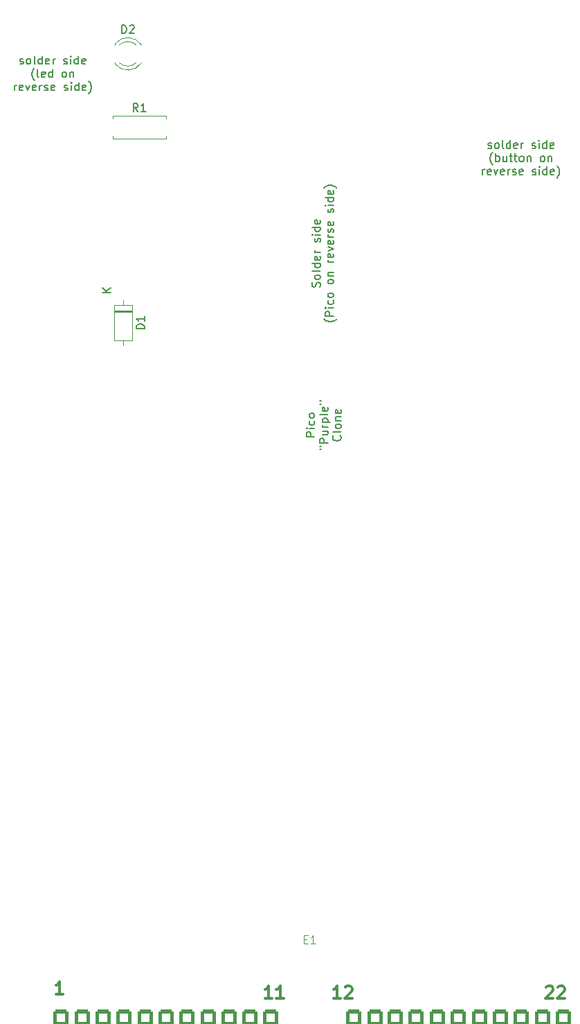
<source format=gbr>
%TF.GenerationSoftware,KiCad,Pcbnew,8.0.4*%
%TF.CreationDate,2024-08-11T18:13:53+02:00*%
%TF.ProjectId,PiChannelF,50694368-616e-46e6-956c-462e6b696361,1*%
%TF.SameCoordinates,Original*%
%TF.FileFunction,Legend,Top*%
%TF.FilePolarity,Positive*%
%FSLAX46Y46*%
G04 Gerber Fmt 4.6, Leading zero omitted, Abs format (unit mm)*
G04 Created by KiCad (PCBNEW 8.0.4) date 2024-08-11 18:13:53*
%MOMM*%
%LPD*%
G01*
G04 APERTURE LIST*
G04 Aperture macros list*
%AMRoundRect*
0 Rectangle with rounded corners*
0 $1 Rounding radius*
0 $2 $3 $4 $5 $6 $7 $8 $9 X,Y pos of 4 corners*
0 Add a 4 corners polygon primitive as box body*
4,1,4,$2,$3,$4,$5,$6,$7,$8,$9,$2,$3,0*
0 Add four circle primitives for the rounded corners*
1,1,$1+$1,$2,$3*
1,1,$1+$1,$4,$5*
1,1,$1+$1,$6,$7*
1,1,$1+$1,$8,$9*
0 Add four rect primitives between the rounded corners*
20,1,$1+$1,$2,$3,$4,$5,0*
20,1,$1+$1,$4,$5,$6,$7,0*
20,1,$1+$1,$6,$7,$8,$9,0*
20,1,$1+$1,$8,$9,$2,$3,0*%
G04 Aperture macros list end*
%ADD10C,0.150000*%
%ADD11C,0.100000*%
%ADD12C,0.300000*%
%ADD13C,0.120000*%
%ADD14R,1.600000X1.600000*%
%ADD15O,1.600000X1.600000*%
%ADD16R,1.800000X1.800000*%
%ADD17C,1.800000*%
%ADD18C,1.600000*%
%ADD19R,1.900000X8.100000*%
%ADD20RoundRect,0.233760X-0.716240X-0.766240X0.716240X-0.766240X0.716240X0.766240X-0.716240X0.766240X0*%
%ADD21R,1.700000X1.700000*%
%ADD22O,1.700000X1.700000*%
%ADD23C,2.100000*%
%ADD24C,1.750000*%
G04 APERTURE END LIST*
D10*
X63201190Y-30477312D02*
X63296428Y-30524931D01*
X63296428Y-30524931D02*
X63486904Y-30524931D01*
X63486904Y-30524931D02*
X63582142Y-30477312D01*
X63582142Y-30477312D02*
X63629761Y-30382073D01*
X63629761Y-30382073D02*
X63629761Y-30334454D01*
X63629761Y-30334454D02*
X63582142Y-30239216D01*
X63582142Y-30239216D02*
X63486904Y-30191597D01*
X63486904Y-30191597D02*
X63344047Y-30191597D01*
X63344047Y-30191597D02*
X63248809Y-30143978D01*
X63248809Y-30143978D02*
X63201190Y-30048740D01*
X63201190Y-30048740D02*
X63201190Y-30001121D01*
X63201190Y-30001121D02*
X63248809Y-29905883D01*
X63248809Y-29905883D02*
X63344047Y-29858264D01*
X63344047Y-29858264D02*
X63486904Y-29858264D01*
X63486904Y-29858264D02*
X63582142Y-29905883D01*
X64201190Y-30524931D02*
X64105952Y-30477312D01*
X64105952Y-30477312D02*
X64058333Y-30429692D01*
X64058333Y-30429692D02*
X64010714Y-30334454D01*
X64010714Y-30334454D02*
X64010714Y-30048740D01*
X64010714Y-30048740D02*
X64058333Y-29953502D01*
X64058333Y-29953502D02*
X64105952Y-29905883D01*
X64105952Y-29905883D02*
X64201190Y-29858264D01*
X64201190Y-29858264D02*
X64344047Y-29858264D01*
X64344047Y-29858264D02*
X64439285Y-29905883D01*
X64439285Y-29905883D02*
X64486904Y-29953502D01*
X64486904Y-29953502D02*
X64534523Y-30048740D01*
X64534523Y-30048740D02*
X64534523Y-30334454D01*
X64534523Y-30334454D02*
X64486904Y-30429692D01*
X64486904Y-30429692D02*
X64439285Y-30477312D01*
X64439285Y-30477312D02*
X64344047Y-30524931D01*
X64344047Y-30524931D02*
X64201190Y-30524931D01*
X65105952Y-30524931D02*
X65010714Y-30477312D01*
X65010714Y-30477312D02*
X64963095Y-30382073D01*
X64963095Y-30382073D02*
X64963095Y-29524931D01*
X65915476Y-30524931D02*
X65915476Y-29524931D01*
X65915476Y-30477312D02*
X65820238Y-30524931D01*
X65820238Y-30524931D02*
X65629762Y-30524931D01*
X65629762Y-30524931D02*
X65534524Y-30477312D01*
X65534524Y-30477312D02*
X65486905Y-30429692D01*
X65486905Y-30429692D02*
X65439286Y-30334454D01*
X65439286Y-30334454D02*
X65439286Y-30048740D01*
X65439286Y-30048740D02*
X65486905Y-29953502D01*
X65486905Y-29953502D02*
X65534524Y-29905883D01*
X65534524Y-29905883D02*
X65629762Y-29858264D01*
X65629762Y-29858264D02*
X65820238Y-29858264D01*
X65820238Y-29858264D02*
X65915476Y-29905883D01*
X66772619Y-30477312D02*
X66677381Y-30524931D01*
X66677381Y-30524931D02*
X66486905Y-30524931D01*
X66486905Y-30524931D02*
X66391667Y-30477312D01*
X66391667Y-30477312D02*
X66344048Y-30382073D01*
X66344048Y-30382073D02*
X66344048Y-30001121D01*
X66344048Y-30001121D02*
X66391667Y-29905883D01*
X66391667Y-29905883D02*
X66486905Y-29858264D01*
X66486905Y-29858264D02*
X66677381Y-29858264D01*
X66677381Y-29858264D02*
X66772619Y-29905883D01*
X66772619Y-29905883D02*
X66820238Y-30001121D01*
X66820238Y-30001121D02*
X66820238Y-30096359D01*
X66820238Y-30096359D02*
X66344048Y-30191597D01*
X67248810Y-30524931D02*
X67248810Y-29858264D01*
X67248810Y-30048740D02*
X67296429Y-29953502D01*
X67296429Y-29953502D02*
X67344048Y-29905883D01*
X67344048Y-29905883D02*
X67439286Y-29858264D01*
X67439286Y-29858264D02*
X67534524Y-29858264D01*
X68582144Y-30477312D02*
X68677382Y-30524931D01*
X68677382Y-30524931D02*
X68867858Y-30524931D01*
X68867858Y-30524931D02*
X68963096Y-30477312D01*
X68963096Y-30477312D02*
X69010715Y-30382073D01*
X69010715Y-30382073D02*
X69010715Y-30334454D01*
X69010715Y-30334454D02*
X68963096Y-30239216D01*
X68963096Y-30239216D02*
X68867858Y-30191597D01*
X68867858Y-30191597D02*
X68725001Y-30191597D01*
X68725001Y-30191597D02*
X68629763Y-30143978D01*
X68629763Y-30143978D02*
X68582144Y-30048740D01*
X68582144Y-30048740D02*
X68582144Y-30001121D01*
X68582144Y-30001121D02*
X68629763Y-29905883D01*
X68629763Y-29905883D02*
X68725001Y-29858264D01*
X68725001Y-29858264D02*
X68867858Y-29858264D01*
X68867858Y-29858264D02*
X68963096Y-29905883D01*
X69439287Y-30524931D02*
X69439287Y-29858264D01*
X69439287Y-29524931D02*
X69391668Y-29572550D01*
X69391668Y-29572550D02*
X69439287Y-29620169D01*
X69439287Y-29620169D02*
X69486906Y-29572550D01*
X69486906Y-29572550D02*
X69439287Y-29524931D01*
X69439287Y-29524931D02*
X69439287Y-29620169D01*
X70344048Y-30524931D02*
X70344048Y-29524931D01*
X70344048Y-30477312D02*
X70248810Y-30524931D01*
X70248810Y-30524931D02*
X70058334Y-30524931D01*
X70058334Y-30524931D02*
X69963096Y-30477312D01*
X69963096Y-30477312D02*
X69915477Y-30429692D01*
X69915477Y-30429692D02*
X69867858Y-30334454D01*
X69867858Y-30334454D02*
X69867858Y-30048740D01*
X69867858Y-30048740D02*
X69915477Y-29953502D01*
X69915477Y-29953502D02*
X69963096Y-29905883D01*
X69963096Y-29905883D02*
X70058334Y-29858264D01*
X70058334Y-29858264D02*
X70248810Y-29858264D01*
X70248810Y-29858264D02*
X70344048Y-29905883D01*
X71201191Y-30477312D02*
X71105953Y-30524931D01*
X71105953Y-30524931D02*
X70915477Y-30524931D01*
X70915477Y-30524931D02*
X70820239Y-30477312D01*
X70820239Y-30477312D02*
X70772620Y-30382073D01*
X70772620Y-30382073D02*
X70772620Y-30001121D01*
X70772620Y-30001121D02*
X70820239Y-29905883D01*
X70820239Y-29905883D02*
X70915477Y-29858264D01*
X70915477Y-29858264D02*
X71105953Y-29858264D01*
X71105953Y-29858264D02*
X71201191Y-29905883D01*
X71201191Y-29905883D02*
X71248810Y-30001121D01*
X71248810Y-30001121D02*
X71248810Y-30096359D01*
X71248810Y-30096359D02*
X70772620Y-30191597D01*
X64986904Y-32515827D02*
X64939285Y-32468208D01*
X64939285Y-32468208D02*
X64844047Y-32325351D01*
X64844047Y-32325351D02*
X64796428Y-32230113D01*
X64796428Y-32230113D02*
X64748809Y-32087256D01*
X64748809Y-32087256D02*
X64701190Y-31849160D01*
X64701190Y-31849160D02*
X64701190Y-31658684D01*
X64701190Y-31658684D02*
X64748809Y-31420589D01*
X64748809Y-31420589D02*
X64796428Y-31277732D01*
X64796428Y-31277732D02*
X64844047Y-31182494D01*
X64844047Y-31182494D02*
X64939285Y-31039636D01*
X64939285Y-31039636D02*
X64986904Y-30992017D01*
X65510714Y-32134875D02*
X65415476Y-32087256D01*
X65415476Y-32087256D02*
X65367857Y-31992017D01*
X65367857Y-31992017D02*
X65367857Y-31134875D01*
X66272619Y-32087256D02*
X66177381Y-32134875D01*
X66177381Y-32134875D02*
X65986905Y-32134875D01*
X65986905Y-32134875D02*
X65891667Y-32087256D01*
X65891667Y-32087256D02*
X65844048Y-31992017D01*
X65844048Y-31992017D02*
X65844048Y-31611065D01*
X65844048Y-31611065D02*
X65891667Y-31515827D01*
X65891667Y-31515827D02*
X65986905Y-31468208D01*
X65986905Y-31468208D02*
X66177381Y-31468208D01*
X66177381Y-31468208D02*
X66272619Y-31515827D01*
X66272619Y-31515827D02*
X66320238Y-31611065D01*
X66320238Y-31611065D02*
X66320238Y-31706303D01*
X66320238Y-31706303D02*
X65844048Y-31801541D01*
X67177381Y-32134875D02*
X67177381Y-31134875D01*
X67177381Y-32087256D02*
X67082143Y-32134875D01*
X67082143Y-32134875D02*
X66891667Y-32134875D01*
X66891667Y-32134875D02*
X66796429Y-32087256D01*
X66796429Y-32087256D02*
X66748810Y-32039636D01*
X66748810Y-32039636D02*
X66701191Y-31944398D01*
X66701191Y-31944398D02*
X66701191Y-31658684D01*
X66701191Y-31658684D02*
X66748810Y-31563446D01*
X66748810Y-31563446D02*
X66796429Y-31515827D01*
X66796429Y-31515827D02*
X66891667Y-31468208D01*
X66891667Y-31468208D02*
X67082143Y-31468208D01*
X67082143Y-31468208D02*
X67177381Y-31515827D01*
X68558334Y-32134875D02*
X68463096Y-32087256D01*
X68463096Y-32087256D02*
X68415477Y-32039636D01*
X68415477Y-32039636D02*
X68367858Y-31944398D01*
X68367858Y-31944398D02*
X68367858Y-31658684D01*
X68367858Y-31658684D02*
X68415477Y-31563446D01*
X68415477Y-31563446D02*
X68463096Y-31515827D01*
X68463096Y-31515827D02*
X68558334Y-31468208D01*
X68558334Y-31468208D02*
X68701191Y-31468208D01*
X68701191Y-31468208D02*
X68796429Y-31515827D01*
X68796429Y-31515827D02*
X68844048Y-31563446D01*
X68844048Y-31563446D02*
X68891667Y-31658684D01*
X68891667Y-31658684D02*
X68891667Y-31944398D01*
X68891667Y-31944398D02*
X68844048Y-32039636D01*
X68844048Y-32039636D02*
X68796429Y-32087256D01*
X68796429Y-32087256D02*
X68701191Y-32134875D01*
X68701191Y-32134875D02*
X68558334Y-32134875D01*
X69320239Y-31468208D02*
X69320239Y-32134875D01*
X69320239Y-31563446D02*
X69367858Y-31515827D01*
X69367858Y-31515827D02*
X69463096Y-31468208D01*
X69463096Y-31468208D02*
X69605953Y-31468208D01*
X69605953Y-31468208D02*
X69701191Y-31515827D01*
X69701191Y-31515827D02*
X69748810Y-31611065D01*
X69748810Y-31611065D02*
X69748810Y-32134875D01*
X62534523Y-33744819D02*
X62534523Y-33078152D01*
X62534523Y-33268628D02*
X62582142Y-33173390D01*
X62582142Y-33173390D02*
X62629761Y-33125771D01*
X62629761Y-33125771D02*
X62724999Y-33078152D01*
X62724999Y-33078152D02*
X62820237Y-33078152D01*
X63534523Y-33697200D02*
X63439285Y-33744819D01*
X63439285Y-33744819D02*
X63248809Y-33744819D01*
X63248809Y-33744819D02*
X63153571Y-33697200D01*
X63153571Y-33697200D02*
X63105952Y-33601961D01*
X63105952Y-33601961D02*
X63105952Y-33221009D01*
X63105952Y-33221009D02*
X63153571Y-33125771D01*
X63153571Y-33125771D02*
X63248809Y-33078152D01*
X63248809Y-33078152D02*
X63439285Y-33078152D01*
X63439285Y-33078152D02*
X63534523Y-33125771D01*
X63534523Y-33125771D02*
X63582142Y-33221009D01*
X63582142Y-33221009D02*
X63582142Y-33316247D01*
X63582142Y-33316247D02*
X63105952Y-33411485D01*
X63915476Y-33078152D02*
X64153571Y-33744819D01*
X64153571Y-33744819D02*
X64391666Y-33078152D01*
X65153571Y-33697200D02*
X65058333Y-33744819D01*
X65058333Y-33744819D02*
X64867857Y-33744819D01*
X64867857Y-33744819D02*
X64772619Y-33697200D01*
X64772619Y-33697200D02*
X64725000Y-33601961D01*
X64725000Y-33601961D02*
X64725000Y-33221009D01*
X64725000Y-33221009D02*
X64772619Y-33125771D01*
X64772619Y-33125771D02*
X64867857Y-33078152D01*
X64867857Y-33078152D02*
X65058333Y-33078152D01*
X65058333Y-33078152D02*
X65153571Y-33125771D01*
X65153571Y-33125771D02*
X65201190Y-33221009D01*
X65201190Y-33221009D02*
X65201190Y-33316247D01*
X65201190Y-33316247D02*
X64725000Y-33411485D01*
X65629762Y-33744819D02*
X65629762Y-33078152D01*
X65629762Y-33268628D02*
X65677381Y-33173390D01*
X65677381Y-33173390D02*
X65725000Y-33125771D01*
X65725000Y-33125771D02*
X65820238Y-33078152D01*
X65820238Y-33078152D02*
X65915476Y-33078152D01*
X66201191Y-33697200D02*
X66296429Y-33744819D01*
X66296429Y-33744819D02*
X66486905Y-33744819D01*
X66486905Y-33744819D02*
X66582143Y-33697200D01*
X66582143Y-33697200D02*
X66629762Y-33601961D01*
X66629762Y-33601961D02*
X66629762Y-33554342D01*
X66629762Y-33554342D02*
X66582143Y-33459104D01*
X66582143Y-33459104D02*
X66486905Y-33411485D01*
X66486905Y-33411485D02*
X66344048Y-33411485D01*
X66344048Y-33411485D02*
X66248810Y-33363866D01*
X66248810Y-33363866D02*
X66201191Y-33268628D01*
X66201191Y-33268628D02*
X66201191Y-33221009D01*
X66201191Y-33221009D02*
X66248810Y-33125771D01*
X66248810Y-33125771D02*
X66344048Y-33078152D01*
X66344048Y-33078152D02*
X66486905Y-33078152D01*
X66486905Y-33078152D02*
X66582143Y-33125771D01*
X67439286Y-33697200D02*
X67344048Y-33744819D01*
X67344048Y-33744819D02*
X67153572Y-33744819D01*
X67153572Y-33744819D02*
X67058334Y-33697200D01*
X67058334Y-33697200D02*
X67010715Y-33601961D01*
X67010715Y-33601961D02*
X67010715Y-33221009D01*
X67010715Y-33221009D02*
X67058334Y-33125771D01*
X67058334Y-33125771D02*
X67153572Y-33078152D01*
X67153572Y-33078152D02*
X67344048Y-33078152D01*
X67344048Y-33078152D02*
X67439286Y-33125771D01*
X67439286Y-33125771D02*
X67486905Y-33221009D01*
X67486905Y-33221009D02*
X67486905Y-33316247D01*
X67486905Y-33316247D02*
X67010715Y-33411485D01*
X68629763Y-33697200D02*
X68725001Y-33744819D01*
X68725001Y-33744819D02*
X68915477Y-33744819D01*
X68915477Y-33744819D02*
X69010715Y-33697200D01*
X69010715Y-33697200D02*
X69058334Y-33601961D01*
X69058334Y-33601961D02*
X69058334Y-33554342D01*
X69058334Y-33554342D02*
X69010715Y-33459104D01*
X69010715Y-33459104D02*
X68915477Y-33411485D01*
X68915477Y-33411485D02*
X68772620Y-33411485D01*
X68772620Y-33411485D02*
X68677382Y-33363866D01*
X68677382Y-33363866D02*
X68629763Y-33268628D01*
X68629763Y-33268628D02*
X68629763Y-33221009D01*
X68629763Y-33221009D02*
X68677382Y-33125771D01*
X68677382Y-33125771D02*
X68772620Y-33078152D01*
X68772620Y-33078152D02*
X68915477Y-33078152D01*
X68915477Y-33078152D02*
X69010715Y-33125771D01*
X69486906Y-33744819D02*
X69486906Y-33078152D01*
X69486906Y-32744819D02*
X69439287Y-32792438D01*
X69439287Y-32792438D02*
X69486906Y-32840057D01*
X69486906Y-32840057D02*
X69534525Y-32792438D01*
X69534525Y-32792438D02*
X69486906Y-32744819D01*
X69486906Y-32744819D02*
X69486906Y-32840057D01*
X70391667Y-33744819D02*
X70391667Y-32744819D01*
X70391667Y-33697200D02*
X70296429Y-33744819D01*
X70296429Y-33744819D02*
X70105953Y-33744819D01*
X70105953Y-33744819D02*
X70010715Y-33697200D01*
X70010715Y-33697200D02*
X69963096Y-33649580D01*
X69963096Y-33649580D02*
X69915477Y-33554342D01*
X69915477Y-33554342D02*
X69915477Y-33268628D01*
X69915477Y-33268628D02*
X69963096Y-33173390D01*
X69963096Y-33173390D02*
X70010715Y-33125771D01*
X70010715Y-33125771D02*
X70105953Y-33078152D01*
X70105953Y-33078152D02*
X70296429Y-33078152D01*
X70296429Y-33078152D02*
X70391667Y-33125771D01*
X71248810Y-33697200D02*
X71153572Y-33744819D01*
X71153572Y-33744819D02*
X70963096Y-33744819D01*
X70963096Y-33744819D02*
X70867858Y-33697200D01*
X70867858Y-33697200D02*
X70820239Y-33601961D01*
X70820239Y-33601961D02*
X70820239Y-33221009D01*
X70820239Y-33221009D02*
X70867858Y-33125771D01*
X70867858Y-33125771D02*
X70963096Y-33078152D01*
X70963096Y-33078152D02*
X71153572Y-33078152D01*
X71153572Y-33078152D02*
X71248810Y-33125771D01*
X71248810Y-33125771D02*
X71296429Y-33221009D01*
X71296429Y-33221009D02*
X71296429Y-33316247D01*
X71296429Y-33316247D02*
X70820239Y-33411485D01*
X71629763Y-34125771D02*
X71677382Y-34078152D01*
X71677382Y-34078152D02*
X71772620Y-33935295D01*
X71772620Y-33935295D02*
X71820239Y-33840057D01*
X71820239Y-33840057D02*
X71867858Y-33697200D01*
X71867858Y-33697200D02*
X71915477Y-33459104D01*
X71915477Y-33459104D02*
X71915477Y-33268628D01*
X71915477Y-33268628D02*
X71867858Y-33030533D01*
X71867858Y-33030533D02*
X71820239Y-32887676D01*
X71820239Y-32887676D02*
X71772620Y-32792438D01*
X71772620Y-32792438D02*
X71677382Y-32649580D01*
X71677382Y-32649580D02*
X71629763Y-32601961D01*
X120476190Y-40777312D02*
X120571428Y-40824931D01*
X120571428Y-40824931D02*
X120761904Y-40824931D01*
X120761904Y-40824931D02*
X120857142Y-40777312D01*
X120857142Y-40777312D02*
X120904761Y-40682073D01*
X120904761Y-40682073D02*
X120904761Y-40634454D01*
X120904761Y-40634454D02*
X120857142Y-40539216D01*
X120857142Y-40539216D02*
X120761904Y-40491597D01*
X120761904Y-40491597D02*
X120619047Y-40491597D01*
X120619047Y-40491597D02*
X120523809Y-40443978D01*
X120523809Y-40443978D02*
X120476190Y-40348740D01*
X120476190Y-40348740D02*
X120476190Y-40301121D01*
X120476190Y-40301121D02*
X120523809Y-40205883D01*
X120523809Y-40205883D02*
X120619047Y-40158264D01*
X120619047Y-40158264D02*
X120761904Y-40158264D01*
X120761904Y-40158264D02*
X120857142Y-40205883D01*
X121476190Y-40824931D02*
X121380952Y-40777312D01*
X121380952Y-40777312D02*
X121333333Y-40729692D01*
X121333333Y-40729692D02*
X121285714Y-40634454D01*
X121285714Y-40634454D02*
X121285714Y-40348740D01*
X121285714Y-40348740D02*
X121333333Y-40253502D01*
X121333333Y-40253502D02*
X121380952Y-40205883D01*
X121380952Y-40205883D02*
X121476190Y-40158264D01*
X121476190Y-40158264D02*
X121619047Y-40158264D01*
X121619047Y-40158264D02*
X121714285Y-40205883D01*
X121714285Y-40205883D02*
X121761904Y-40253502D01*
X121761904Y-40253502D02*
X121809523Y-40348740D01*
X121809523Y-40348740D02*
X121809523Y-40634454D01*
X121809523Y-40634454D02*
X121761904Y-40729692D01*
X121761904Y-40729692D02*
X121714285Y-40777312D01*
X121714285Y-40777312D02*
X121619047Y-40824931D01*
X121619047Y-40824931D02*
X121476190Y-40824931D01*
X122380952Y-40824931D02*
X122285714Y-40777312D01*
X122285714Y-40777312D02*
X122238095Y-40682073D01*
X122238095Y-40682073D02*
X122238095Y-39824931D01*
X123190476Y-40824931D02*
X123190476Y-39824931D01*
X123190476Y-40777312D02*
X123095238Y-40824931D01*
X123095238Y-40824931D02*
X122904762Y-40824931D01*
X122904762Y-40824931D02*
X122809524Y-40777312D01*
X122809524Y-40777312D02*
X122761905Y-40729692D01*
X122761905Y-40729692D02*
X122714286Y-40634454D01*
X122714286Y-40634454D02*
X122714286Y-40348740D01*
X122714286Y-40348740D02*
X122761905Y-40253502D01*
X122761905Y-40253502D02*
X122809524Y-40205883D01*
X122809524Y-40205883D02*
X122904762Y-40158264D01*
X122904762Y-40158264D02*
X123095238Y-40158264D01*
X123095238Y-40158264D02*
X123190476Y-40205883D01*
X124047619Y-40777312D02*
X123952381Y-40824931D01*
X123952381Y-40824931D02*
X123761905Y-40824931D01*
X123761905Y-40824931D02*
X123666667Y-40777312D01*
X123666667Y-40777312D02*
X123619048Y-40682073D01*
X123619048Y-40682073D02*
X123619048Y-40301121D01*
X123619048Y-40301121D02*
X123666667Y-40205883D01*
X123666667Y-40205883D02*
X123761905Y-40158264D01*
X123761905Y-40158264D02*
X123952381Y-40158264D01*
X123952381Y-40158264D02*
X124047619Y-40205883D01*
X124047619Y-40205883D02*
X124095238Y-40301121D01*
X124095238Y-40301121D02*
X124095238Y-40396359D01*
X124095238Y-40396359D02*
X123619048Y-40491597D01*
X124523810Y-40824931D02*
X124523810Y-40158264D01*
X124523810Y-40348740D02*
X124571429Y-40253502D01*
X124571429Y-40253502D02*
X124619048Y-40205883D01*
X124619048Y-40205883D02*
X124714286Y-40158264D01*
X124714286Y-40158264D02*
X124809524Y-40158264D01*
X125857144Y-40777312D02*
X125952382Y-40824931D01*
X125952382Y-40824931D02*
X126142858Y-40824931D01*
X126142858Y-40824931D02*
X126238096Y-40777312D01*
X126238096Y-40777312D02*
X126285715Y-40682073D01*
X126285715Y-40682073D02*
X126285715Y-40634454D01*
X126285715Y-40634454D02*
X126238096Y-40539216D01*
X126238096Y-40539216D02*
X126142858Y-40491597D01*
X126142858Y-40491597D02*
X126000001Y-40491597D01*
X126000001Y-40491597D02*
X125904763Y-40443978D01*
X125904763Y-40443978D02*
X125857144Y-40348740D01*
X125857144Y-40348740D02*
X125857144Y-40301121D01*
X125857144Y-40301121D02*
X125904763Y-40205883D01*
X125904763Y-40205883D02*
X126000001Y-40158264D01*
X126000001Y-40158264D02*
X126142858Y-40158264D01*
X126142858Y-40158264D02*
X126238096Y-40205883D01*
X126714287Y-40824931D02*
X126714287Y-40158264D01*
X126714287Y-39824931D02*
X126666668Y-39872550D01*
X126666668Y-39872550D02*
X126714287Y-39920169D01*
X126714287Y-39920169D02*
X126761906Y-39872550D01*
X126761906Y-39872550D02*
X126714287Y-39824931D01*
X126714287Y-39824931D02*
X126714287Y-39920169D01*
X127619048Y-40824931D02*
X127619048Y-39824931D01*
X127619048Y-40777312D02*
X127523810Y-40824931D01*
X127523810Y-40824931D02*
X127333334Y-40824931D01*
X127333334Y-40824931D02*
X127238096Y-40777312D01*
X127238096Y-40777312D02*
X127190477Y-40729692D01*
X127190477Y-40729692D02*
X127142858Y-40634454D01*
X127142858Y-40634454D02*
X127142858Y-40348740D01*
X127142858Y-40348740D02*
X127190477Y-40253502D01*
X127190477Y-40253502D02*
X127238096Y-40205883D01*
X127238096Y-40205883D02*
X127333334Y-40158264D01*
X127333334Y-40158264D02*
X127523810Y-40158264D01*
X127523810Y-40158264D02*
X127619048Y-40205883D01*
X128476191Y-40777312D02*
X128380953Y-40824931D01*
X128380953Y-40824931D02*
X128190477Y-40824931D01*
X128190477Y-40824931D02*
X128095239Y-40777312D01*
X128095239Y-40777312D02*
X128047620Y-40682073D01*
X128047620Y-40682073D02*
X128047620Y-40301121D01*
X128047620Y-40301121D02*
X128095239Y-40205883D01*
X128095239Y-40205883D02*
X128190477Y-40158264D01*
X128190477Y-40158264D02*
X128380953Y-40158264D01*
X128380953Y-40158264D02*
X128476191Y-40205883D01*
X128476191Y-40205883D02*
X128523810Y-40301121D01*
X128523810Y-40301121D02*
X128523810Y-40396359D01*
X128523810Y-40396359D02*
X128047620Y-40491597D01*
X121023808Y-42815827D02*
X120976189Y-42768208D01*
X120976189Y-42768208D02*
X120880951Y-42625351D01*
X120880951Y-42625351D02*
X120833332Y-42530113D01*
X120833332Y-42530113D02*
X120785713Y-42387256D01*
X120785713Y-42387256D02*
X120738094Y-42149160D01*
X120738094Y-42149160D02*
X120738094Y-41958684D01*
X120738094Y-41958684D02*
X120785713Y-41720589D01*
X120785713Y-41720589D02*
X120833332Y-41577732D01*
X120833332Y-41577732D02*
X120880951Y-41482494D01*
X120880951Y-41482494D02*
X120976189Y-41339636D01*
X120976189Y-41339636D02*
X121023808Y-41292017D01*
X121404761Y-42434875D02*
X121404761Y-41434875D01*
X121404761Y-41815827D02*
X121499999Y-41768208D01*
X121499999Y-41768208D02*
X121690475Y-41768208D01*
X121690475Y-41768208D02*
X121785713Y-41815827D01*
X121785713Y-41815827D02*
X121833332Y-41863446D01*
X121833332Y-41863446D02*
X121880951Y-41958684D01*
X121880951Y-41958684D02*
X121880951Y-42244398D01*
X121880951Y-42244398D02*
X121833332Y-42339636D01*
X121833332Y-42339636D02*
X121785713Y-42387256D01*
X121785713Y-42387256D02*
X121690475Y-42434875D01*
X121690475Y-42434875D02*
X121499999Y-42434875D01*
X121499999Y-42434875D02*
X121404761Y-42387256D01*
X122738094Y-41768208D02*
X122738094Y-42434875D01*
X122309523Y-41768208D02*
X122309523Y-42292017D01*
X122309523Y-42292017D02*
X122357142Y-42387256D01*
X122357142Y-42387256D02*
X122452380Y-42434875D01*
X122452380Y-42434875D02*
X122595237Y-42434875D01*
X122595237Y-42434875D02*
X122690475Y-42387256D01*
X122690475Y-42387256D02*
X122738094Y-42339636D01*
X123071428Y-41768208D02*
X123452380Y-41768208D01*
X123214285Y-41434875D02*
X123214285Y-42292017D01*
X123214285Y-42292017D02*
X123261904Y-42387256D01*
X123261904Y-42387256D02*
X123357142Y-42434875D01*
X123357142Y-42434875D02*
X123452380Y-42434875D01*
X123642857Y-41768208D02*
X124023809Y-41768208D01*
X123785714Y-41434875D02*
X123785714Y-42292017D01*
X123785714Y-42292017D02*
X123833333Y-42387256D01*
X123833333Y-42387256D02*
X123928571Y-42434875D01*
X123928571Y-42434875D02*
X124023809Y-42434875D01*
X124500000Y-42434875D02*
X124404762Y-42387256D01*
X124404762Y-42387256D02*
X124357143Y-42339636D01*
X124357143Y-42339636D02*
X124309524Y-42244398D01*
X124309524Y-42244398D02*
X124309524Y-41958684D01*
X124309524Y-41958684D02*
X124357143Y-41863446D01*
X124357143Y-41863446D02*
X124404762Y-41815827D01*
X124404762Y-41815827D02*
X124500000Y-41768208D01*
X124500000Y-41768208D02*
X124642857Y-41768208D01*
X124642857Y-41768208D02*
X124738095Y-41815827D01*
X124738095Y-41815827D02*
X124785714Y-41863446D01*
X124785714Y-41863446D02*
X124833333Y-41958684D01*
X124833333Y-41958684D02*
X124833333Y-42244398D01*
X124833333Y-42244398D02*
X124785714Y-42339636D01*
X124785714Y-42339636D02*
X124738095Y-42387256D01*
X124738095Y-42387256D02*
X124642857Y-42434875D01*
X124642857Y-42434875D02*
X124500000Y-42434875D01*
X125261905Y-41768208D02*
X125261905Y-42434875D01*
X125261905Y-41863446D02*
X125309524Y-41815827D01*
X125309524Y-41815827D02*
X125404762Y-41768208D01*
X125404762Y-41768208D02*
X125547619Y-41768208D01*
X125547619Y-41768208D02*
X125642857Y-41815827D01*
X125642857Y-41815827D02*
X125690476Y-41911065D01*
X125690476Y-41911065D02*
X125690476Y-42434875D01*
X127071429Y-42434875D02*
X126976191Y-42387256D01*
X126976191Y-42387256D02*
X126928572Y-42339636D01*
X126928572Y-42339636D02*
X126880953Y-42244398D01*
X126880953Y-42244398D02*
X126880953Y-41958684D01*
X126880953Y-41958684D02*
X126928572Y-41863446D01*
X126928572Y-41863446D02*
X126976191Y-41815827D01*
X126976191Y-41815827D02*
X127071429Y-41768208D01*
X127071429Y-41768208D02*
X127214286Y-41768208D01*
X127214286Y-41768208D02*
X127309524Y-41815827D01*
X127309524Y-41815827D02*
X127357143Y-41863446D01*
X127357143Y-41863446D02*
X127404762Y-41958684D01*
X127404762Y-41958684D02*
X127404762Y-42244398D01*
X127404762Y-42244398D02*
X127357143Y-42339636D01*
X127357143Y-42339636D02*
X127309524Y-42387256D01*
X127309524Y-42387256D02*
X127214286Y-42434875D01*
X127214286Y-42434875D02*
X127071429Y-42434875D01*
X127833334Y-41768208D02*
X127833334Y-42434875D01*
X127833334Y-41863446D02*
X127880953Y-41815827D01*
X127880953Y-41815827D02*
X127976191Y-41768208D01*
X127976191Y-41768208D02*
X128119048Y-41768208D01*
X128119048Y-41768208D02*
X128214286Y-41815827D01*
X128214286Y-41815827D02*
X128261905Y-41911065D01*
X128261905Y-41911065D02*
X128261905Y-42434875D01*
X119809523Y-44044819D02*
X119809523Y-43378152D01*
X119809523Y-43568628D02*
X119857142Y-43473390D01*
X119857142Y-43473390D02*
X119904761Y-43425771D01*
X119904761Y-43425771D02*
X119999999Y-43378152D01*
X119999999Y-43378152D02*
X120095237Y-43378152D01*
X120809523Y-43997200D02*
X120714285Y-44044819D01*
X120714285Y-44044819D02*
X120523809Y-44044819D01*
X120523809Y-44044819D02*
X120428571Y-43997200D01*
X120428571Y-43997200D02*
X120380952Y-43901961D01*
X120380952Y-43901961D02*
X120380952Y-43521009D01*
X120380952Y-43521009D02*
X120428571Y-43425771D01*
X120428571Y-43425771D02*
X120523809Y-43378152D01*
X120523809Y-43378152D02*
X120714285Y-43378152D01*
X120714285Y-43378152D02*
X120809523Y-43425771D01*
X120809523Y-43425771D02*
X120857142Y-43521009D01*
X120857142Y-43521009D02*
X120857142Y-43616247D01*
X120857142Y-43616247D02*
X120380952Y-43711485D01*
X121190476Y-43378152D02*
X121428571Y-44044819D01*
X121428571Y-44044819D02*
X121666666Y-43378152D01*
X122428571Y-43997200D02*
X122333333Y-44044819D01*
X122333333Y-44044819D02*
X122142857Y-44044819D01*
X122142857Y-44044819D02*
X122047619Y-43997200D01*
X122047619Y-43997200D02*
X122000000Y-43901961D01*
X122000000Y-43901961D02*
X122000000Y-43521009D01*
X122000000Y-43521009D02*
X122047619Y-43425771D01*
X122047619Y-43425771D02*
X122142857Y-43378152D01*
X122142857Y-43378152D02*
X122333333Y-43378152D01*
X122333333Y-43378152D02*
X122428571Y-43425771D01*
X122428571Y-43425771D02*
X122476190Y-43521009D01*
X122476190Y-43521009D02*
X122476190Y-43616247D01*
X122476190Y-43616247D02*
X122000000Y-43711485D01*
X122904762Y-44044819D02*
X122904762Y-43378152D01*
X122904762Y-43568628D02*
X122952381Y-43473390D01*
X122952381Y-43473390D02*
X123000000Y-43425771D01*
X123000000Y-43425771D02*
X123095238Y-43378152D01*
X123095238Y-43378152D02*
X123190476Y-43378152D01*
X123476191Y-43997200D02*
X123571429Y-44044819D01*
X123571429Y-44044819D02*
X123761905Y-44044819D01*
X123761905Y-44044819D02*
X123857143Y-43997200D01*
X123857143Y-43997200D02*
X123904762Y-43901961D01*
X123904762Y-43901961D02*
X123904762Y-43854342D01*
X123904762Y-43854342D02*
X123857143Y-43759104D01*
X123857143Y-43759104D02*
X123761905Y-43711485D01*
X123761905Y-43711485D02*
X123619048Y-43711485D01*
X123619048Y-43711485D02*
X123523810Y-43663866D01*
X123523810Y-43663866D02*
X123476191Y-43568628D01*
X123476191Y-43568628D02*
X123476191Y-43521009D01*
X123476191Y-43521009D02*
X123523810Y-43425771D01*
X123523810Y-43425771D02*
X123619048Y-43378152D01*
X123619048Y-43378152D02*
X123761905Y-43378152D01*
X123761905Y-43378152D02*
X123857143Y-43425771D01*
X124714286Y-43997200D02*
X124619048Y-44044819D01*
X124619048Y-44044819D02*
X124428572Y-44044819D01*
X124428572Y-44044819D02*
X124333334Y-43997200D01*
X124333334Y-43997200D02*
X124285715Y-43901961D01*
X124285715Y-43901961D02*
X124285715Y-43521009D01*
X124285715Y-43521009D02*
X124333334Y-43425771D01*
X124333334Y-43425771D02*
X124428572Y-43378152D01*
X124428572Y-43378152D02*
X124619048Y-43378152D01*
X124619048Y-43378152D02*
X124714286Y-43425771D01*
X124714286Y-43425771D02*
X124761905Y-43521009D01*
X124761905Y-43521009D02*
X124761905Y-43616247D01*
X124761905Y-43616247D02*
X124285715Y-43711485D01*
X125904763Y-43997200D02*
X126000001Y-44044819D01*
X126000001Y-44044819D02*
X126190477Y-44044819D01*
X126190477Y-44044819D02*
X126285715Y-43997200D01*
X126285715Y-43997200D02*
X126333334Y-43901961D01*
X126333334Y-43901961D02*
X126333334Y-43854342D01*
X126333334Y-43854342D02*
X126285715Y-43759104D01*
X126285715Y-43759104D02*
X126190477Y-43711485D01*
X126190477Y-43711485D02*
X126047620Y-43711485D01*
X126047620Y-43711485D02*
X125952382Y-43663866D01*
X125952382Y-43663866D02*
X125904763Y-43568628D01*
X125904763Y-43568628D02*
X125904763Y-43521009D01*
X125904763Y-43521009D02*
X125952382Y-43425771D01*
X125952382Y-43425771D02*
X126047620Y-43378152D01*
X126047620Y-43378152D02*
X126190477Y-43378152D01*
X126190477Y-43378152D02*
X126285715Y-43425771D01*
X126761906Y-44044819D02*
X126761906Y-43378152D01*
X126761906Y-43044819D02*
X126714287Y-43092438D01*
X126714287Y-43092438D02*
X126761906Y-43140057D01*
X126761906Y-43140057D02*
X126809525Y-43092438D01*
X126809525Y-43092438D02*
X126761906Y-43044819D01*
X126761906Y-43044819D02*
X126761906Y-43140057D01*
X127666667Y-44044819D02*
X127666667Y-43044819D01*
X127666667Y-43997200D02*
X127571429Y-44044819D01*
X127571429Y-44044819D02*
X127380953Y-44044819D01*
X127380953Y-44044819D02*
X127285715Y-43997200D01*
X127285715Y-43997200D02*
X127238096Y-43949580D01*
X127238096Y-43949580D02*
X127190477Y-43854342D01*
X127190477Y-43854342D02*
X127190477Y-43568628D01*
X127190477Y-43568628D02*
X127238096Y-43473390D01*
X127238096Y-43473390D02*
X127285715Y-43425771D01*
X127285715Y-43425771D02*
X127380953Y-43378152D01*
X127380953Y-43378152D02*
X127571429Y-43378152D01*
X127571429Y-43378152D02*
X127666667Y-43425771D01*
X128523810Y-43997200D02*
X128428572Y-44044819D01*
X128428572Y-44044819D02*
X128238096Y-44044819D01*
X128238096Y-44044819D02*
X128142858Y-43997200D01*
X128142858Y-43997200D02*
X128095239Y-43901961D01*
X128095239Y-43901961D02*
X128095239Y-43521009D01*
X128095239Y-43521009D02*
X128142858Y-43425771D01*
X128142858Y-43425771D02*
X128238096Y-43378152D01*
X128238096Y-43378152D02*
X128428572Y-43378152D01*
X128428572Y-43378152D02*
X128523810Y-43425771D01*
X128523810Y-43425771D02*
X128571429Y-43521009D01*
X128571429Y-43521009D02*
X128571429Y-43616247D01*
X128571429Y-43616247D02*
X128095239Y-43711485D01*
X128904763Y-44425771D02*
X128952382Y-44378152D01*
X128952382Y-44378152D02*
X129047620Y-44235295D01*
X129047620Y-44235295D02*
X129095239Y-44140057D01*
X129095239Y-44140057D02*
X129142858Y-43997200D01*
X129142858Y-43997200D02*
X129190477Y-43759104D01*
X129190477Y-43759104D02*
X129190477Y-43568628D01*
X129190477Y-43568628D02*
X129142858Y-43330533D01*
X129142858Y-43330533D02*
X129095239Y-43187676D01*
X129095239Y-43187676D02*
X129047620Y-43092438D01*
X129047620Y-43092438D02*
X128952382Y-42949580D01*
X128952382Y-42949580D02*
X128904763Y-42901961D01*
X99887256Y-57745238D02*
X99934875Y-57602381D01*
X99934875Y-57602381D02*
X99934875Y-57364286D01*
X99934875Y-57364286D02*
X99887256Y-57269048D01*
X99887256Y-57269048D02*
X99839636Y-57221429D01*
X99839636Y-57221429D02*
X99744398Y-57173810D01*
X99744398Y-57173810D02*
X99649160Y-57173810D01*
X99649160Y-57173810D02*
X99553922Y-57221429D01*
X99553922Y-57221429D02*
X99506303Y-57269048D01*
X99506303Y-57269048D02*
X99458684Y-57364286D01*
X99458684Y-57364286D02*
X99411065Y-57554762D01*
X99411065Y-57554762D02*
X99363446Y-57650000D01*
X99363446Y-57650000D02*
X99315827Y-57697619D01*
X99315827Y-57697619D02*
X99220589Y-57745238D01*
X99220589Y-57745238D02*
X99125351Y-57745238D01*
X99125351Y-57745238D02*
X99030113Y-57697619D01*
X99030113Y-57697619D02*
X98982494Y-57650000D01*
X98982494Y-57650000D02*
X98934875Y-57554762D01*
X98934875Y-57554762D02*
X98934875Y-57316667D01*
X98934875Y-57316667D02*
X98982494Y-57173810D01*
X99934875Y-56602381D02*
X99887256Y-56697619D01*
X99887256Y-56697619D02*
X99839636Y-56745238D01*
X99839636Y-56745238D02*
X99744398Y-56792857D01*
X99744398Y-56792857D02*
X99458684Y-56792857D01*
X99458684Y-56792857D02*
X99363446Y-56745238D01*
X99363446Y-56745238D02*
X99315827Y-56697619D01*
X99315827Y-56697619D02*
X99268208Y-56602381D01*
X99268208Y-56602381D02*
X99268208Y-56459524D01*
X99268208Y-56459524D02*
X99315827Y-56364286D01*
X99315827Y-56364286D02*
X99363446Y-56316667D01*
X99363446Y-56316667D02*
X99458684Y-56269048D01*
X99458684Y-56269048D02*
X99744398Y-56269048D01*
X99744398Y-56269048D02*
X99839636Y-56316667D01*
X99839636Y-56316667D02*
X99887256Y-56364286D01*
X99887256Y-56364286D02*
X99934875Y-56459524D01*
X99934875Y-56459524D02*
X99934875Y-56602381D01*
X99934875Y-55697619D02*
X99887256Y-55792857D01*
X99887256Y-55792857D02*
X99792017Y-55840476D01*
X99792017Y-55840476D02*
X98934875Y-55840476D01*
X99934875Y-54888095D02*
X98934875Y-54888095D01*
X99887256Y-54888095D02*
X99934875Y-54983333D01*
X99934875Y-54983333D02*
X99934875Y-55173809D01*
X99934875Y-55173809D02*
X99887256Y-55269047D01*
X99887256Y-55269047D02*
X99839636Y-55316666D01*
X99839636Y-55316666D02*
X99744398Y-55364285D01*
X99744398Y-55364285D02*
X99458684Y-55364285D01*
X99458684Y-55364285D02*
X99363446Y-55316666D01*
X99363446Y-55316666D02*
X99315827Y-55269047D01*
X99315827Y-55269047D02*
X99268208Y-55173809D01*
X99268208Y-55173809D02*
X99268208Y-54983333D01*
X99268208Y-54983333D02*
X99315827Y-54888095D01*
X99887256Y-54030952D02*
X99934875Y-54126190D01*
X99934875Y-54126190D02*
X99934875Y-54316666D01*
X99934875Y-54316666D02*
X99887256Y-54411904D01*
X99887256Y-54411904D02*
X99792017Y-54459523D01*
X99792017Y-54459523D02*
X99411065Y-54459523D01*
X99411065Y-54459523D02*
X99315827Y-54411904D01*
X99315827Y-54411904D02*
X99268208Y-54316666D01*
X99268208Y-54316666D02*
X99268208Y-54126190D01*
X99268208Y-54126190D02*
X99315827Y-54030952D01*
X99315827Y-54030952D02*
X99411065Y-53983333D01*
X99411065Y-53983333D02*
X99506303Y-53983333D01*
X99506303Y-53983333D02*
X99601541Y-54459523D01*
X99934875Y-53554761D02*
X99268208Y-53554761D01*
X99458684Y-53554761D02*
X99363446Y-53507142D01*
X99363446Y-53507142D02*
X99315827Y-53459523D01*
X99315827Y-53459523D02*
X99268208Y-53364285D01*
X99268208Y-53364285D02*
X99268208Y-53269047D01*
X99887256Y-52221427D02*
X99934875Y-52126189D01*
X99934875Y-52126189D02*
X99934875Y-51935713D01*
X99934875Y-51935713D02*
X99887256Y-51840475D01*
X99887256Y-51840475D02*
X99792017Y-51792856D01*
X99792017Y-51792856D02*
X99744398Y-51792856D01*
X99744398Y-51792856D02*
X99649160Y-51840475D01*
X99649160Y-51840475D02*
X99601541Y-51935713D01*
X99601541Y-51935713D02*
X99601541Y-52078570D01*
X99601541Y-52078570D02*
X99553922Y-52173808D01*
X99553922Y-52173808D02*
X99458684Y-52221427D01*
X99458684Y-52221427D02*
X99411065Y-52221427D01*
X99411065Y-52221427D02*
X99315827Y-52173808D01*
X99315827Y-52173808D02*
X99268208Y-52078570D01*
X99268208Y-52078570D02*
X99268208Y-51935713D01*
X99268208Y-51935713D02*
X99315827Y-51840475D01*
X99934875Y-51364284D02*
X99268208Y-51364284D01*
X98934875Y-51364284D02*
X98982494Y-51411903D01*
X98982494Y-51411903D02*
X99030113Y-51364284D01*
X99030113Y-51364284D02*
X98982494Y-51316665D01*
X98982494Y-51316665D02*
X98934875Y-51364284D01*
X98934875Y-51364284D02*
X99030113Y-51364284D01*
X99934875Y-50459523D02*
X98934875Y-50459523D01*
X99887256Y-50459523D02*
X99934875Y-50554761D01*
X99934875Y-50554761D02*
X99934875Y-50745237D01*
X99934875Y-50745237D02*
X99887256Y-50840475D01*
X99887256Y-50840475D02*
X99839636Y-50888094D01*
X99839636Y-50888094D02*
X99744398Y-50935713D01*
X99744398Y-50935713D02*
X99458684Y-50935713D01*
X99458684Y-50935713D02*
X99363446Y-50888094D01*
X99363446Y-50888094D02*
X99315827Y-50840475D01*
X99315827Y-50840475D02*
X99268208Y-50745237D01*
X99268208Y-50745237D02*
X99268208Y-50554761D01*
X99268208Y-50554761D02*
X99315827Y-50459523D01*
X99887256Y-49602380D02*
X99934875Y-49697618D01*
X99934875Y-49697618D02*
X99934875Y-49888094D01*
X99934875Y-49888094D02*
X99887256Y-49983332D01*
X99887256Y-49983332D02*
X99792017Y-50030951D01*
X99792017Y-50030951D02*
X99411065Y-50030951D01*
X99411065Y-50030951D02*
X99315827Y-49983332D01*
X99315827Y-49983332D02*
X99268208Y-49888094D01*
X99268208Y-49888094D02*
X99268208Y-49697618D01*
X99268208Y-49697618D02*
X99315827Y-49602380D01*
X99315827Y-49602380D02*
X99411065Y-49554761D01*
X99411065Y-49554761D02*
X99506303Y-49554761D01*
X99506303Y-49554761D02*
X99601541Y-50030951D01*
X101925771Y-61673810D02*
X101878152Y-61721429D01*
X101878152Y-61721429D02*
X101735295Y-61816667D01*
X101735295Y-61816667D02*
X101640057Y-61864286D01*
X101640057Y-61864286D02*
X101497200Y-61911905D01*
X101497200Y-61911905D02*
X101259104Y-61959524D01*
X101259104Y-61959524D02*
X101068628Y-61959524D01*
X101068628Y-61959524D02*
X100830533Y-61911905D01*
X100830533Y-61911905D02*
X100687676Y-61864286D01*
X100687676Y-61864286D02*
X100592438Y-61816667D01*
X100592438Y-61816667D02*
X100449580Y-61721429D01*
X100449580Y-61721429D02*
X100401961Y-61673810D01*
X101544819Y-61292857D02*
X100544819Y-61292857D01*
X100544819Y-61292857D02*
X100544819Y-60911905D01*
X100544819Y-60911905D02*
X100592438Y-60816667D01*
X100592438Y-60816667D02*
X100640057Y-60769048D01*
X100640057Y-60769048D02*
X100735295Y-60721429D01*
X100735295Y-60721429D02*
X100878152Y-60721429D01*
X100878152Y-60721429D02*
X100973390Y-60769048D01*
X100973390Y-60769048D02*
X101021009Y-60816667D01*
X101021009Y-60816667D02*
X101068628Y-60911905D01*
X101068628Y-60911905D02*
X101068628Y-61292857D01*
X101544819Y-60292857D02*
X100878152Y-60292857D01*
X100544819Y-60292857D02*
X100592438Y-60340476D01*
X100592438Y-60340476D02*
X100640057Y-60292857D01*
X100640057Y-60292857D02*
X100592438Y-60245238D01*
X100592438Y-60245238D02*
X100544819Y-60292857D01*
X100544819Y-60292857D02*
X100640057Y-60292857D01*
X101497200Y-59388096D02*
X101544819Y-59483334D01*
X101544819Y-59483334D02*
X101544819Y-59673810D01*
X101544819Y-59673810D02*
X101497200Y-59769048D01*
X101497200Y-59769048D02*
X101449580Y-59816667D01*
X101449580Y-59816667D02*
X101354342Y-59864286D01*
X101354342Y-59864286D02*
X101068628Y-59864286D01*
X101068628Y-59864286D02*
X100973390Y-59816667D01*
X100973390Y-59816667D02*
X100925771Y-59769048D01*
X100925771Y-59769048D02*
X100878152Y-59673810D01*
X100878152Y-59673810D02*
X100878152Y-59483334D01*
X100878152Y-59483334D02*
X100925771Y-59388096D01*
X101544819Y-58816667D02*
X101497200Y-58911905D01*
X101497200Y-58911905D02*
X101449580Y-58959524D01*
X101449580Y-58959524D02*
X101354342Y-59007143D01*
X101354342Y-59007143D02*
X101068628Y-59007143D01*
X101068628Y-59007143D02*
X100973390Y-58959524D01*
X100973390Y-58959524D02*
X100925771Y-58911905D01*
X100925771Y-58911905D02*
X100878152Y-58816667D01*
X100878152Y-58816667D02*
X100878152Y-58673810D01*
X100878152Y-58673810D02*
X100925771Y-58578572D01*
X100925771Y-58578572D02*
X100973390Y-58530953D01*
X100973390Y-58530953D02*
X101068628Y-58483334D01*
X101068628Y-58483334D02*
X101354342Y-58483334D01*
X101354342Y-58483334D02*
X101449580Y-58530953D01*
X101449580Y-58530953D02*
X101497200Y-58578572D01*
X101497200Y-58578572D02*
X101544819Y-58673810D01*
X101544819Y-58673810D02*
X101544819Y-58816667D01*
X101544819Y-57150000D02*
X101497200Y-57245238D01*
X101497200Y-57245238D02*
X101449580Y-57292857D01*
X101449580Y-57292857D02*
X101354342Y-57340476D01*
X101354342Y-57340476D02*
X101068628Y-57340476D01*
X101068628Y-57340476D02*
X100973390Y-57292857D01*
X100973390Y-57292857D02*
X100925771Y-57245238D01*
X100925771Y-57245238D02*
X100878152Y-57150000D01*
X100878152Y-57150000D02*
X100878152Y-57007143D01*
X100878152Y-57007143D02*
X100925771Y-56911905D01*
X100925771Y-56911905D02*
X100973390Y-56864286D01*
X100973390Y-56864286D02*
X101068628Y-56816667D01*
X101068628Y-56816667D02*
X101354342Y-56816667D01*
X101354342Y-56816667D02*
X101449580Y-56864286D01*
X101449580Y-56864286D02*
X101497200Y-56911905D01*
X101497200Y-56911905D02*
X101544819Y-57007143D01*
X101544819Y-57007143D02*
X101544819Y-57150000D01*
X100878152Y-56388095D02*
X101544819Y-56388095D01*
X100973390Y-56388095D02*
X100925771Y-56340476D01*
X100925771Y-56340476D02*
X100878152Y-56245238D01*
X100878152Y-56245238D02*
X100878152Y-56102381D01*
X100878152Y-56102381D02*
X100925771Y-56007143D01*
X100925771Y-56007143D02*
X101021009Y-55959524D01*
X101021009Y-55959524D02*
X101544819Y-55959524D01*
X101544819Y-54721428D02*
X100878152Y-54721428D01*
X101068628Y-54721428D02*
X100973390Y-54673809D01*
X100973390Y-54673809D02*
X100925771Y-54626190D01*
X100925771Y-54626190D02*
X100878152Y-54530952D01*
X100878152Y-54530952D02*
X100878152Y-54435714D01*
X101497200Y-53721428D02*
X101544819Y-53816666D01*
X101544819Y-53816666D02*
X101544819Y-54007142D01*
X101544819Y-54007142D02*
X101497200Y-54102380D01*
X101497200Y-54102380D02*
X101401961Y-54149999D01*
X101401961Y-54149999D02*
X101021009Y-54149999D01*
X101021009Y-54149999D02*
X100925771Y-54102380D01*
X100925771Y-54102380D02*
X100878152Y-54007142D01*
X100878152Y-54007142D02*
X100878152Y-53816666D01*
X100878152Y-53816666D02*
X100925771Y-53721428D01*
X100925771Y-53721428D02*
X101021009Y-53673809D01*
X101021009Y-53673809D02*
X101116247Y-53673809D01*
X101116247Y-53673809D02*
X101211485Y-54149999D01*
X100878152Y-53340475D02*
X101544819Y-53102380D01*
X101544819Y-53102380D02*
X100878152Y-52864285D01*
X101497200Y-52102380D02*
X101544819Y-52197618D01*
X101544819Y-52197618D02*
X101544819Y-52388094D01*
X101544819Y-52388094D02*
X101497200Y-52483332D01*
X101497200Y-52483332D02*
X101401961Y-52530951D01*
X101401961Y-52530951D02*
X101021009Y-52530951D01*
X101021009Y-52530951D02*
X100925771Y-52483332D01*
X100925771Y-52483332D02*
X100878152Y-52388094D01*
X100878152Y-52388094D02*
X100878152Y-52197618D01*
X100878152Y-52197618D02*
X100925771Y-52102380D01*
X100925771Y-52102380D02*
X101021009Y-52054761D01*
X101021009Y-52054761D02*
X101116247Y-52054761D01*
X101116247Y-52054761D02*
X101211485Y-52530951D01*
X101544819Y-51626189D02*
X100878152Y-51626189D01*
X101068628Y-51626189D02*
X100973390Y-51578570D01*
X100973390Y-51578570D02*
X100925771Y-51530951D01*
X100925771Y-51530951D02*
X100878152Y-51435713D01*
X100878152Y-51435713D02*
X100878152Y-51340475D01*
X101497200Y-51054760D02*
X101544819Y-50959522D01*
X101544819Y-50959522D02*
X101544819Y-50769046D01*
X101544819Y-50769046D02*
X101497200Y-50673808D01*
X101497200Y-50673808D02*
X101401961Y-50626189D01*
X101401961Y-50626189D02*
X101354342Y-50626189D01*
X101354342Y-50626189D02*
X101259104Y-50673808D01*
X101259104Y-50673808D02*
X101211485Y-50769046D01*
X101211485Y-50769046D02*
X101211485Y-50911903D01*
X101211485Y-50911903D02*
X101163866Y-51007141D01*
X101163866Y-51007141D02*
X101068628Y-51054760D01*
X101068628Y-51054760D02*
X101021009Y-51054760D01*
X101021009Y-51054760D02*
X100925771Y-51007141D01*
X100925771Y-51007141D02*
X100878152Y-50911903D01*
X100878152Y-50911903D02*
X100878152Y-50769046D01*
X100878152Y-50769046D02*
X100925771Y-50673808D01*
X101497200Y-49816665D02*
X101544819Y-49911903D01*
X101544819Y-49911903D02*
X101544819Y-50102379D01*
X101544819Y-50102379D02*
X101497200Y-50197617D01*
X101497200Y-50197617D02*
X101401961Y-50245236D01*
X101401961Y-50245236D02*
X101021009Y-50245236D01*
X101021009Y-50245236D02*
X100925771Y-50197617D01*
X100925771Y-50197617D02*
X100878152Y-50102379D01*
X100878152Y-50102379D02*
X100878152Y-49911903D01*
X100878152Y-49911903D02*
X100925771Y-49816665D01*
X100925771Y-49816665D02*
X101021009Y-49769046D01*
X101021009Y-49769046D02*
X101116247Y-49769046D01*
X101116247Y-49769046D02*
X101211485Y-50245236D01*
X101497200Y-48626188D02*
X101544819Y-48530950D01*
X101544819Y-48530950D02*
X101544819Y-48340474D01*
X101544819Y-48340474D02*
X101497200Y-48245236D01*
X101497200Y-48245236D02*
X101401961Y-48197617D01*
X101401961Y-48197617D02*
X101354342Y-48197617D01*
X101354342Y-48197617D02*
X101259104Y-48245236D01*
X101259104Y-48245236D02*
X101211485Y-48340474D01*
X101211485Y-48340474D02*
X101211485Y-48483331D01*
X101211485Y-48483331D02*
X101163866Y-48578569D01*
X101163866Y-48578569D02*
X101068628Y-48626188D01*
X101068628Y-48626188D02*
X101021009Y-48626188D01*
X101021009Y-48626188D02*
X100925771Y-48578569D01*
X100925771Y-48578569D02*
X100878152Y-48483331D01*
X100878152Y-48483331D02*
X100878152Y-48340474D01*
X100878152Y-48340474D02*
X100925771Y-48245236D01*
X101544819Y-47769045D02*
X100878152Y-47769045D01*
X100544819Y-47769045D02*
X100592438Y-47816664D01*
X100592438Y-47816664D02*
X100640057Y-47769045D01*
X100640057Y-47769045D02*
X100592438Y-47721426D01*
X100592438Y-47721426D02*
X100544819Y-47769045D01*
X100544819Y-47769045D02*
X100640057Y-47769045D01*
X101544819Y-46864284D02*
X100544819Y-46864284D01*
X101497200Y-46864284D02*
X101544819Y-46959522D01*
X101544819Y-46959522D02*
X101544819Y-47149998D01*
X101544819Y-47149998D02*
X101497200Y-47245236D01*
X101497200Y-47245236D02*
X101449580Y-47292855D01*
X101449580Y-47292855D02*
X101354342Y-47340474D01*
X101354342Y-47340474D02*
X101068628Y-47340474D01*
X101068628Y-47340474D02*
X100973390Y-47292855D01*
X100973390Y-47292855D02*
X100925771Y-47245236D01*
X100925771Y-47245236D02*
X100878152Y-47149998D01*
X100878152Y-47149998D02*
X100878152Y-46959522D01*
X100878152Y-46959522D02*
X100925771Y-46864284D01*
X101497200Y-46007141D02*
X101544819Y-46102379D01*
X101544819Y-46102379D02*
X101544819Y-46292855D01*
X101544819Y-46292855D02*
X101497200Y-46388093D01*
X101497200Y-46388093D02*
X101401961Y-46435712D01*
X101401961Y-46435712D02*
X101021009Y-46435712D01*
X101021009Y-46435712D02*
X100925771Y-46388093D01*
X100925771Y-46388093D02*
X100878152Y-46292855D01*
X100878152Y-46292855D02*
X100878152Y-46102379D01*
X100878152Y-46102379D02*
X100925771Y-46007141D01*
X100925771Y-46007141D02*
X101021009Y-45959522D01*
X101021009Y-45959522D02*
X101116247Y-45959522D01*
X101116247Y-45959522D02*
X101211485Y-46435712D01*
X101925771Y-45626188D02*
X101878152Y-45578569D01*
X101878152Y-45578569D02*
X101735295Y-45483331D01*
X101735295Y-45483331D02*
X101640057Y-45435712D01*
X101640057Y-45435712D02*
X101497200Y-45388093D01*
X101497200Y-45388093D02*
X101259104Y-45340474D01*
X101259104Y-45340474D02*
X101068628Y-45340474D01*
X101068628Y-45340474D02*
X100830533Y-45388093D01*
X100830533Y-45388093D02*
X100687676Y-45435712D01*
X100687676Y-45435712D02*
X100592438Y-45483331D01*
X100592438Y-45483331D02*
X100449580Y-45578569D01*
X100449580Y-45578569D02*
X100401961Y-45626188D01*
X99249931Y-76005951D02*
X98249931Y-76005951D01*
X98249931Y-76005951D02*
X98249931Y-75624999D01*
X98249931Y-75624999D02*
X98297550Y-75529761D01*
X98297550Y-75529761D02*
X98345169Y-75482142D01*
X98345169Y-75482142D02*
X98440407Y-75434523D01*
X98440407Y-75434523D02*
X98583264Y-75434523D01*
X98583264Y-75434523D02*
X98678502Y-75482142D01*
X98678502Y-75482142D02*
X98726121Y-75529761D01*
X98726121Y-75529761D02*
X98773740Y-75624999D01*
X98773740Y-75624999D02*
X98773740Y-76005951D01*
X99249931Y-75005951D02*
X98583264Y-75005951D01*
X98249931Y-75005951D02*
X98297550Y-75053570D01*
X98297550Y-75053570D02*
X98345169Y-75005951D01*
X98345169Y-75005951D02*
X98297550Y-74958332D01*
X98297550Y-74958332D02*
X98249931Y-75005951D01*
X98249931Y-75005951D02*
X98345169Y-75005951D01*
X99202312Y-74101190D02*
X99249931Y-74196428D01*
X99249931Y-74196428D02*
X99249931Y-74386904D01*
X99249931Y-74386904D02*
X99202312Y-74482142D01*
X99202312Y-74482142D02*
X99154692Y-74529761D01*
X99154692Y-74529761D02*
X99059454Y-74577380D01*
X99059454Y-74577380D02*
X98773740Y-74577380D01*
X98773740Y-74577380D02*
X98678502Y-74529761D01*
X98678502Y-74529761D02*
X98630883Y-74482142D01*
X98630883Y-74482142D02*
X98583264Y-74386904D01*
X98583264Y-74386904D02*
X98583264Y-74196428D01*
X98583264Y-74196428D02*
X98630883Y-74101190D01*
X99249931Y-73529761D02*
X99202312Y-73624999D01*
X99202312Y-73624999D02*
X99154692Y-73672618D01*
X99154692Y-73672618D02*
X99059454Y-73720237D01*
X99059454Y-73720237D02*
X98773740Y-73720237D01*
X98773740Y-73720237D02*
X98678502Y-73672618D01*
X98678502Y-73672618D02*
X98630883Y-73624999D01*
X98630883Y-73624999D02*
X98583264Y-73529761D01*
X98583264Y-73529761D02*
X98583264Y-73386904D01*
X98583264Y-73386904D02*
X98630883Y-73291666D01*
X98630883Y-73291666D02*
X98678502Y-73244047D01*
X98678502Y-73244047D02*
X98773740Y-73196428D01*
X98773740Y-73196428D02*
X99059454Y-73196428D01*
X99059454Y-73196428D02*
X99154692Y-73244047D01*
X99154692Y-73244047D02*
X99202312Y-73291666D01*
X99202312Y-73291666D02*
X99249931Y-73386904D01*
X99249931Y-73386904D02*
X99249931Y-73529761D01*
X99859875Y-77601190D02*
X100050351Y-77601190D01*
X99859875Y-77220238D02*
X100050351Y-77220238D01*
X100859875Y-76791666D02*
X99859875Y-76791666D01*
X99859875Y-76791666D02*
X99859875Y-76410714D01*
X99859875Y-76410714D02*
X99907494Y-76315476D01*
X99907494Y-76315476D02*
X99955113Y-76267857D01*
X99955113Y-76267857D02*
X100050351Y-76220238D01*
X100050351Y-76220238D02*
X100193208Y-76220238D01*
X100193208Y-76220238D02*
X100288446Y-76267857D01*
X100288446Y-76267857D02*
X100336065Y-76315476D01*
X100336065Y-76315476D02*
X100383684Y-76410714D01*
X100383684Y-76410714D02*
X100383684Y-76791666D01*
X100193208Y-75363095D02*
X100859875Y-75363095D01*
X100193208Y-75791666D02*
X100717017Y-75791666D01*
X100717017Y-75791666D02*
X100812256Y-75744047D01*
X100812256Y-75744047D02*
X100859875Y-75648809D01*
X100859875Y-75648809D02*
X100859875Y-75505952D01*
X100859875Y-75505952D02*
X100812256Y-75410714D01*
X100812256Y-75410714D02*
X100764636Y-75363095D01*
X100859875Y-74886904D02*
X100193208Y-74886904D01*
X100383684Y-74886904D02*
X100288446Y-74839285D01*
X100288446Y-74839285D02*
X100240827Y-74791666D01*
X100240827Y-74791666D02*
X100193208Y-74696428D01*
X100193208Y-74696428D02*
X100193208Y-74601190D01*
X100193208Y-74267856D02*
X101193208Y-74267856D01*
X100240827Y-74267856D02*
X100193208Y-74172618D01*
X100193208Y-74172618D02*
X100193208Y-73982142D01*
X100193208Y-73982142D02*
X100240827Y-73886904D01*
X100240827Y-73886904D02*
X100288446Y-73839285D01*
X100288446Y-73839285D02*
X100383684Y-73791666D01*
X100383684Y-73791666D02*
X100669398Y-73791666D01*
X100669398Y-73791666D02*
X100764636Y-73839285D01*
X100764636Y-73839285D02*
X100812256Y-73886904D01*
X100812256Y-73886904D02*
X100859875Y-73982142D01*
X100859875Y-73982142D02*
X100859875Y-74172618D01*
X100859875Y-74172618D02*
X100812256Y-74267856D01*
X100859875Y-73220237D02*
X100812256Y-73315475D01*
X100812256Y-73315475D02*
X100717017Y-73363094D01*
X100717017Y-73363094D02*
X99859875Y-73363094D01*
X100812256Y-72458332D02*
X100859875Y-72553570D01*
X100859875Y-72553570D02*
X100859875Y-72744046D01*
X100859875Y-72744046D02*
X100812256Y-72839284D01*
X100812256Y-72839284D02*
X100717017Y-72886903D01*
X100717017Y-72886903D02*
X100336065Y-72886903D01*
X100336065Y-72886903D02*
X100240827Y-72839284D01*
X100240827Y-72839284D02*
X100193208Y-72744046D01*
X100193208Y-72744046D02*
X100193208Y-72553570D01*
X100193208Y-72553570D02*
X100240827Y-72458332D01*
X100240827Y-72458332D02*
X100336065Y-72410713D01*
X100336065Y-72410713D02*
X100431303Y-72410713D01*
X100431303Y-72410713D02*
X100526541Y-72886903D01*
X99859875Y-72029760D02*
X100050351Y-72029760D01*
X99859875Y-71648808D02*
X100050351Y-71648808D01*
X102374580Y-75910714D02*
X102422200Y-75958333D01*
X102422200Y-75958333D02*
X102469819Y-76101190D01*
X102469819Y-76101190D02*
X102469819Y-76196428D01*
X102469819Y-76196428D02*
X102422200Y-76339285D01*
X102422200Y-76339285D02*
X102326961Y-76434523D01*
X102326961Y-76434523D02*
X102231723Y-76482142D01*
X102231723Y-76482142D02*
X102041247Y-76529761D01*
X102041247Y-76529761D02*
X101898390Y-76529761D01*
X101898390Y-76529761D02*
X101707914Y-76482142D01*
X101707914Y-76482142D02*
X101612676Y-76434523D01*
X101612676Y-76434523D02*
X101517438Y-76339285D01*
X101517438Y-76339285D02*
X101469819Y-76196428D01*
X101469819Y-76196428D02*
X101469819Y-76101190D01*
X101469819Y-76101190D02*
X101517438Y-75958333D01*
X101517438Y-75958333D02*
X101565057Y-75910714D01*
X102469819Y-75339285D02*
X102422200Y-75434523D01*
X102422200Y-75434523D02*
X102326961Y-75482142D01*
X102326961Y-75482142D02*
X101469819Y-75482142D01*
X102469819Y-74815475D02*
X102422200Y-74910713D01*
X102422200Y-74910713D02*
X102374580Y-74958332D01*
X102374580Y-74958332D02*
X102279342Y-75005951D01*
X102279342Y-75005951D02*
X101993628Y-75005951D01*
X101993628Y-75005951D02*
X101898390Y-74958332D01*
X101898390Y-74958332D02*
X101850771Y-74910713D01*
X101850771Y-74910713D02*
X101803152Y-74815475D01*
X101803152Y-74815475D02*
X101803152Y-74672618D01*
X101803152Y-74672618D02*
X101850771Y-74577380D01*
X101850771Y-74577380D02*
X101898390Y-74529761D01*
X101898390Y-74529761D02*
X101993628Y-74482142D01*
X101993628Y-74482142D02*
X102279342Y-74482142D01*
X102279342Y-74482142D02*
X102374580Y-74529761D01*
X102374580Y-74529761D02*
X102422200Y-74577380D01*
X102422200Y-74577380D02*
X102469819Y-74672618D01*
X102469819Y-74672618D02*
X102469819Y-74815475D01*
X101803152Y-74053570D02*
X102469819Y-74053570D01*
X101898390Y-74053570D02*
X101850771Y-74005951D01*
X101850771Y-74005951D02*
X101803152Y-73910713D01*
X101803152Y-73910713D02*
X101803152Y-73767856D01*
X101803152Y-73767856D02*
X101850771Y-73672618D01*
X101850771Y-73672618D02*
X101946009Y-73624999D01*
X101946009Y-73624999D02*
X102469819Y-73624999D01*
X102422200Y-72767856D02*
X102469819Y-72863094D01*
X102469819Y-72863094D02*
X102469819Y-73053570D01*
X102469819Y-73053570D02*
X102422200Y-73148808D01*
X102422200Y-73148808D02*
X102326961Y-73196427D01*
X102326961Y-73196427D02*
X101946009Y-73196427D01*
X101946009Y-73196427D02*
X101850771Y-73148808D01*
X101850771Y-73148808D02*
X101803152Y-73053570D01*
X101803152Y-73053570D02*
X101803152Y-72863094D01*
X101803152Y-72863094D02*
X101850771Y-72767856D01*
X101850771Y-72767856D02*
X101946009Y-72720237D01*
X101946009Y-72720237D02*
X102041247Y-72720237D01*
X102041247Y-72720237D02*
X102136485Y-73196427D01*
X78424819Y-62848094D02*
X77424819Y-62848094D01*
X77424819Y-62848094D02*
X77424819Y-62609999D01*
X77424819Y-62609999D02*
X77472438Y-62467142D01*
X77472438Y-62467142D02*
X77567676Y-62371904D01*
X77567676Y-62371904D02*
X77662914Y-62324285D01*
X77662914Y-62324285D02*
X77853390Y-62276666D01*
X77853390Y-62276666D02*
X77996247Y-62276666D01*
X77996247Y-62276666D02*
X78186723Y-62324285D01*
X78186723Y-62324285D02*
X78281961Y-62371904D01*
X78281961Y-62371904D02*
X78377200Y-62467142D01*
X78377200Y-62467142D02*
X78424819Y-62609999D01*
X78424819Y-62609999D02*
X78424819Y-62848094D01*
X78424819Y-61324285D02*
X78424819Y-61895713D01*
X78424819Y-61609999D02*
X77424819Y-61609999D01*
X77424819Y-61609999D02*
X77567676Y-61705237D01*
X77567676Y-61705237D02*
X77662914Y-61800475D01*
X77662914Y-61800475D02*
X77710533Y-61895713D01*
X74304819Y-58386904D02*
X73304819Y-58386904D01*
X74304819Y-57815476D02*
X73733390Y-58244047D01*
X73304819Y-57815476D02*
X73876247Y-58386904D01*
X75666905Y-26769819D02*
X75666905Y-25769819D01*
X75666905Y-25769819D02*
X75905000Y-25769819D01*
X75905000Y-25769819D02*
X76047857Y-25817438D01*
X76047857Y-25817438D02*
X76143095Y-25912676D01*
X76143095Y-25912676D02*
X76190714Y-26007914D01*
X76190714Y-26007914D02*
X76238333Y-26198390D01*
X76238333Y-26198390D02*
X76238333Y-26341247D01*
X76238333Y-26341247D02*
X76190714Y-26531723D01*
X76190714Y-26531723D02*
X76143095Y-26626961D01*
X76143095Y-26626961D02*
X76047857Y-26722200D01*
X76047857Y-26722200D02*
X75905000Y-26769819D01*
X75905000Y-26769819D02*
X75666905Y-26769819D01*
X76619286Y-25865057D02*
X76666905Y-25817438D01*
X76666905Y-25817438D02*
X76762143Y-25769819D01*
X76762143Y-25769819D02*
X77000238Y-25769819D01*
X77000238Y-25769819D02*
X77095476Y-25817438D01*
X77095476Y-25817438D02*
X77143095Y-25865057D01*
X77143095Y-25865057D02*
X77190714Y-25960295D01*
X77190714Y-25960295D02*
X77190714Y-26055533D01*
X77190714Y-26055533D02*
X77143095Y-26198390D01*
X77143095Y-26198390D02*
X76571667Y-26769819D01*
X76571667Y-26769819D02*
X77190714Y-26769819D01*
X77648333Y-36309819D02*
X77315000Y-35833628D01*
X77076905Y-36309819D02*
X77076905Y-35309819D01*
X77076905Y-35309819D02*
X77457857Y-35309819D01*
X77457857Y-35309819D02*
X77553095Y-35357438D01*
X77553095Y-35357438D02*
X77600714Y-35405057D01*
X77600714Y-35405057D02*
X77648333Y-35500295D01*
X77648333Y-35500295D02*
X77648333Y-35643152D01*
X77648333Y-35643152D02*
X77600714Y-35738390D01*
X77600714Y-35738390D02*
X77553095Y-35786009D01*
X77553095Y-35786009D02*
X77457857Y-35833628D01*
X77457857Y-35833628D02*
X77076905Y-35833628D01*
X78600714Y-36309819D02*
X78029286Y-36309819D01*
X78315000Y-36309819D02*
X78315000Y-35309819D01*
X78315000Y-35309819D02*
X78219762Y-35452676D01*
X78219762Y-35452676D02*
X78124524Y-35547914D01*
X78124524Y-35547914D02*
X78029286Y-35595533D01*
D11*
X97933524Y-137401609D02*
X98266857Y-137401609D01*
X98409714Y-137925419D02*
X97933524Y-137925419D01*
X97933524Y-137925419D02*
X97933524Y-136925419D01*
X97933524Y-136925419D02*
X98409714Y-136925419D01*
X99362095Y-137925419D02*
X98790667Y-137925419D01*
X99076381Y-137925419D02*
X99076381Y-136925419D01*
X99076381Y-136925419D02*
X98981143Y-137068276D01*
X98981143Y-137068276D02*
X98885905Y-137163514D01*
X98885905Y-137163514D02*
X98790667Y-137211133D01*
D12*
X127585143Y-143266185D02*
X127656571Y-143194757D01*
X127656571Y-143194757D02*
X127799429Y-143123328D01*
X127799429Y-143123328D02*
X128156571Y-143123328D01*
X128156571Y-143123328D02*
X128299429Y-143194757D01*
X128299429Y-143194757D02*
X128370857Y-143266185D01*
X128370857Y-143266185D02*
X128442286Y-143409042D01*
X128442286Y-143409042D02*
X128442286Y-143551900D01*
X128442286Y-143551900D02*
X128370857Y-143766185D01*
X128370857Y-143766185D02*
X127513714Y-144623328D01*
X127513714Y-144623328D02*
X128442286Y-144623328D01*
X129013714Y-143266185D02*
X129085142Y-143194757D01*
X129085142Y-143194757D02*
X129228000Y-143123328D01*
X129228000Y-143123328D02*
X129585142Y-143123328D01*
X129585142Y-143123328D02*
X129728000Y-143194757D01*
X129728000Y-143194757D02*
X129799428Y-143266185D01*
X129799428Y-143266185D02*
X129870857Y-143409042D01*
X129870857Y-143409042D02*
X129870857Y-143551900D01*
X129870857Y-143551900D02*
X129799428Y-143766185D01*
X129799428Y-143766185D02*
X128942285Y-144623328D01*
X128942285Y-144623328D02*
X129870857Y-144623328D01*
X94020286Y-144623328D02*
X93163143Y-144623328D01*
X93591714Y-144623328D02*
X93591714Y-143123328D01*
X93591714Y-143123328D02*
X93448857Y-143337614D01*
X93448857Y-143337614D02*
X93306000Y-143480471D01*
X93306000Y-143480471D02*
X93163143Y-143551900D01*
X95448857Y-144623328D02*
X94591714Y-144623328D01*
X95020285Y-144623328D02*
X95020285Y-143123328D01*
X95020285Y-143123328D02*
X94877428Y-143337614D01*
X94877428Y-143337614D02*
X94734571Y-143480471D01*
X94734571Y-143480471D02*
X94591714Y-143551900D01*
X102407286Y-144623328D02*
X101550143Y-144623328D01*
X101978714Y-144623328D02*
X101978714Y-143123328D01*
X101978714Y-143123328D02*
X101835857Y-143337614D01*
X101835857Y-143337614D02*
X101693000Y-143480471D01*
X101693000Y-143480471D02*
X101550143Y-143551900D01*
X102978714Y-143266185D02*
X103050142Y-143194757D01*
X103050142Y-143194757D02*
X103193000Y-143123328D01*
X103193000Y-143123328D02*
X103550142Y-143123328D01*
X103550142Y-143123328D02*
X103693000Y-143194757D01*
X103693000Y-143194757D02*
X103764428Y-143266185D01*
X103764428Y-143266185D02*
X103835857Y-143409042D01*
X103835857Y-143409042D02*
X103835857Y-143551900D01*
X103835857Y-143551900D02*
X103764428Y-143766185D01*
X103764428Y-143766185D02*
X102907285Y-144623328D01*
X102907285Y-144623328D02*
X103835857Y-144623328D01*
X68445572Y-144115328D02*
X67588429Y-144115328D01*
X68017000Y-144115328D02*
X68017000Y-142615328D01*
X68017000Y-142615328D02*
X67874143Y-142829614D01*
X67874143Y-142829614D02*
X67731286Y-142972471D01*
X67731286Y-142972471D02*
X67588429Y-143043900D01*
D13*
%TO.C,D1*%
X74730000Y-59990000D02*
X74730000Y-64230000D01*
X74730000Y-64230000D02*
X76970000Y-64230000D01*
X75850000Y-59340000D02*
X75850000Y-59990000D01*
X75850000Y-64880000D02*
X75850000Y-64230000D01*
X76970000Y-59990000D02*
X74730000Y-59990000D01*
X76970000Y-60590000D02*
X74730000Y-60590000D01*
X76970000Y-60710000D02*
X74730000Y-60710000D01*
X76970000Y-60830000D02*
X74730000Y-60830000D01*
X76970000Y-64230000D02*
X76970000Y-59990000D01*
%TO.C,D2*%
X74845000Y-28039000D02*
X74845000Y-28195000D01*
X74845000Y-30355000D02*
X74845000Y-30511000D01*
X74845000Y-28039484D02*
G75*
G02*
X78077335Y-28196392I1560000J-1235516D01*
G01*
X75364039Y-28195000D02*
G75*
G02*
X77446130Y-28195163I1040961J-1080000D01*
G01*
X77446130Y-30354837D02*
G75*
G02*
X75364039Y-30355000I-1041130J1079837D01*
G01*
X78077335Y-30353608D02*
G75*
G02*
X74845000Y-30510516I-1672335J1078608D01*
G01*
%TO.C,R1*%
X74545000Y-36855000D02*
X81085000Y-36855000D01*
X74545000Y-37185000D02*
X74545000Y-36855000D01*
X74545000Y-39265000D02*
X74545000Y-39595000D01*
X74545000Y-39595000D02*
X81085000Y-39595000D01*
X81085000Y-36855000D02*
X81085000Y-37185000D01*
X81085000Y-39595000D02*
X81085000Y-39265000D01*
%TD*%
%LPC*%
D14*
%TO.C,D1*%
X75850000Y-58300000D03*
D15*
X75850000Y-65920000D03*
%TD*%
D16*
%TO.C,D2*%
X75135000Y-29275000D03*
D17*
X77675000Y-29275000D03*
%TD*%
D18*
%TO.C,R1*%
X74005000Y-38225000D03*
D15*
X81625000Y-38225000D03*
%TD*%
D19*
%TO.C,E1*%
X68244000Y-152025000D03*
X70814000Y-151925000D03*
X73384000Y-151925000D03*
X75954000Y-151925000D03*
X78524000Y-151925000D03*
X81075000Y-151925000D03*
X83664000Y-151925000D03*
X86234000Y-151925000D03*
X88804000Y-151925000D03*
X91374000Y-151925000D03*
X93844000Y-151925000D03*
X104000000Y-151925000D03*
X106570000Y-151925000D03*
X109140000Y-151925000D03*
X111682000Y-151925000D03*
X114299000Y-151925000D03*
X116850000Y-151925000D03*
X119406000Y-151925000D03*
X122023000Y-151925000D03*
X124560000Y-151925000D03*
X127130000Y-151925000D03*
X129700000Y-151925000D03*
D20*
X68244000Y-147025000D03*
X70814000Y-147025000D03*
X73384000Y-147025000D03*
X75954000Y-147025000D03*
X78524000Y-147025000D03*
X81075000Y-147025000D03*
X83664000Y-147025000D03*
X86234000Y-147025000D03*
X88804000Y-147025000D03*
X91374000Y-147025000D03*
X93844000Y-147025000D03*
X104000000Y-147025000D03*
X106620000Y-147025000D03*
X109140000Y-147025000D03*
X111682000Y-147025000D03*
X114299000Y-147025000D03*
X116850000Y-147025000D03*
X119406000Y-147025000D03*
X122023000Y-147025000D03*
X124560000Y-147025000D03*
X127130000Y-147025000D03*
X129700000Y-147025000D03*
%TD*%
D21*
%TO.C,J1*%
X108825000Y-28085000D03*
D22*
X108825000Y-30625000D03*
X108825000Y-33165000D03*
X108825000Y-35705000D03*
X108825000Y-38245000D03*
X108825000Y-40785000D03*
X108825000Y-43325000D03*
X108825000Y-45865000D03*
X108825000Y-48405000D03*
X108825000Y-50945000D03*
X108825000Y-53485000D03*
X108825000Y-56025000D03*
X108825000Y-58565000D03*
X108825000Y-61105000D03*
X108825000Y-63645000D03*
X108825000Y-66185000D03*
X108825000Y-68725000D03*
X108825000Y-71265000D03*
X108825000Y-73805000D03*
X108825000Y-76345000D03*
%TD*%
D23*
%TO.C,SW1*%
X127725000Y-30690000D03*
X120715000Y-30690000D03*
D24*
X126475000Y-28200000D03*
X121975000Y-28200000D03*
%TD*%
D21*
%TO.C,J2*%
X91050000Y-28085000D03*
D22*
X91050000Y-30625000D03*
X91050000Y-33165000D03*
X91050000Y-35705000D03*
X91050000Y-38245000D03*
X91050000Y-40785000D03*
X91050000Y-43325000D03*
X91050000Y-45865000D03*
X91050000Y-48405000D03*
X91050000Y-50945000D03*
X91050000Y-53485000D03*
X91050000Y-56025000D03*
X91050000Y-58565000D03*
X91050000Y-61105000D03*
X91050000Y-63645000D03*
X91050000Y-66185000D03*
X91050000Y-68725000D03*
X91050000Y-71265000D03*
X91050000Y-73805000D03*
X91050000Y-76345000D03*
%TD*%
%LPD*%
M02*

</source>
